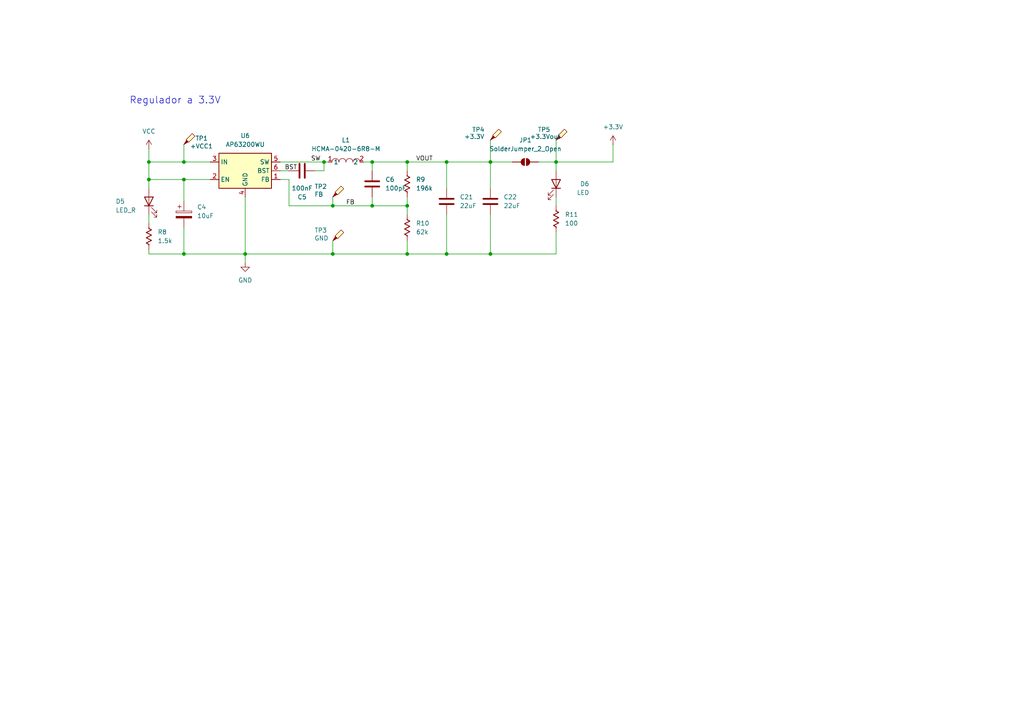
<source format=kicad_sch>
(kicad_sch (version 20250114) (generator "eeschema") (generator_version "9.0")
  (paper "A4")
  (lib_symbols
    (symbol "Device:C_Polarized" (pin_numbers (hide yes)) (pin_names (offset 0.254))
      (property "Reference" "C" (at 0.635 2.54 0))
      (property "Value" "C_Polarized" (at 0.635 -2.54 0))
      (symbol "C_Polarized_0_1"
        (rectangle (start -2.286 0.508) (end 2.286 1.016))
        (polyline (pts (xy -1.778 2.286) (xy -0.762 2.286)))
        (polyline (pts (xy -1.27 2.794) (xy -1.27 1.778)))
        (rectangle (start 2.286 -0.508) (end -2.286 -1.016) (fill (type outline)))
      )
      (symbol "C_Polarized_1_1"
        (pin passive line (at 0 3.81 270) (length 2.794) (name "~") (number "1"))
        (pin passive line (at 0 -3.81 90) (length 2.794) (name "~") (number "2"))
      )
    )
    (symbol "EasyEDA:+3.3V" (power) (pin_numbers (hide yes)) (pin_names (offset 0) (hide yes))
      (property "Value" "+3.3V" (at 0 3.556 0))
      (symbol "+3.3V_0_1"
        (polyline (pts (xy -0.762 1.27) (xy 0 2.54)))
        (polyline (pts (xy 0 2.54) (xy 0.762 1.27)))
        (polyline (pts (xy 0 0) (xy 0 2.54)))
      )
      (symbol "+3.3V_1_1"
        (pin power_in line (at 0 0 90) (length 0) (name "~") (number "1"))
      )
    )
    (symbol "EasyEDA:AP63200WU"
      (property "Reference" "U" (at -7.62 6.35 0))
      (property "Value" "AP63200WU" (at 2.54 6.35 0))
      (symbol "AP63200WU_0_1"
        (rectangle (start -7.62 5.08) (end 7.62 -5.08) (stroke (width 0.254)) (fill (type background)))
      )
      (symbol "AP63200WU_1_1"
        (pin power_in line (at -10.16 2.54 0) (length 2.54) (name "IN") (number "3"))
        (pin input line (at -10.16 -2.54 0) (length 2.54) (name "EN") (number "2"))
        (pin power_in line (at 0 -7.62 90) (length 2.54) (name "GND") (number "4"))
        (pin output line (at 10.16 2.54 180) (length 2.54) (name "SW") (number "5"))
        (pin passive line (at 10.16 0 180) (length 2.54) (name "BST") (number "6"))
        (pin input line (at 10.16 -2.54 180) (length 2.54) (name "FB") (number "1"))
      )
    )
    (symbol "EasyEDA:CXP0420-6R8M-AG(6.8UH)"
      (property "Reference" "L" (at 0 5.08 0))
      (property "Value" "CXP0420-6R8M-AG(6.8UH)" (at 0 -5.08 0))
      (symbol "CXP0420-6R8M-AG(6.8UH)_0_1"
        (arc (start -4.06 -0.01) (mid -2.83 0.99) (end -2.03 0.01))
        (arc (start -2.03 -0.01) (mid -0.8 0.99) (end 0 0.01))
        (arc (start 0 -0.01) (mid 1.23 0.99) (end 2.03 0.01))
        (arc (start 2.03 -0.01) (mid 3.26 0.99) (end 4.06 0.01))
        (pin unspecified line (at -5.08 0 0) (length 1.016) (name "1") (number "1"))
        (pin unspecified line (at 5.08 0 180) (length 1.016) (name "2") (number "2"))
      )
    )
    (symbol "EasyEDA:C_0805" (pin_numbers (hide yes)) (pin_names (offset 0.254))
      (property "Reference" "C" (at 0.635 2.54 0))
      (property "Value" "C_0805" (at 0.635 -2.54 0))
      (symbol "C_0805_0_1"
        (polyline (pts (xy -2.032 0.762) (xy 2.032 0.762)) (stroke (width 0.508)))
        (polyline (pts (xy -2.032 -0.762) (xy 2.032 -0.762)) (stroke (width 0.508)))
      )
      (symbol "C_0805_0_2"
        (polyline (pts (xy -2.54 -2.54) (xy -0.381 -0.381)))
        (polyline (pts (xy -0.508 -0.508) (xy -1.651 0.635)) (stroke (width 0.508)))
        (polyline (pts (xy -0.508 -0.508) (xy 0.635 -1.651)) (stroke (width 0.508)))
        (polyline (pts (xy 0.381 0.381) (xy 2.54 2.54)))
        (polyline (pts (xy 0.508 0.508) (xy -0.635 1.651)) (stroke (width 0.508)))
        (polyline (pts (xy 0.508 0.508) (xy 1.651 -0.635)) (stroke (width 0.508)))
      )
      (symbol "C_0805_1_1"
        (pin passive line (at 0 3.81 270) (length 2.794) (name "~") (number "1"))
        (pin passive line (at 0 -3.81 90) (length 2.794) (name "~") (number "2"))
      )
      (symbol "C_0805_1_2"
        (pin passive line (at -2.54 -2.54 90) (length 0) (name "~") (number "2"))
        (pin passive line (at 2.54 2.54 270) (length 0) (name "~") (number "1"))
      )
    )
    (symbol "EasyEDA:GND" (power) (pin_numbers (hide yes)) (pin_names (offset 0) (hide yes))
      (property "Value" "GND" (at 0 -3.81 0))
      (symbol "GND_0_1"
        (polyline (pts (xy 0 0) (xy 0 -1.27) (xy 1.27 -1.27) (xy 0 -2.54) (xy -1.27 -1.27) (xy 0 -1.27)))
      )
      (symbol "GND_1_1"
        (pin power_in line (at 0 0 270) (length 0) (name "~") (number "1"))
      )
    )
    (symbol "EasyEDA:LED" (pin_numbers (hide yes)) (pin_names (offset 1.016) (hide yes))
      (property "Reference" "D" (at 0 2.54 0))
      (property "Value" "LED" (at 0 -2.54 0))
      (symbol "LED_0_1"
        (polyline (pts (xy -3.048 -0.762) (xy -4.572 -2.286) (xy -3.81 -2.286) (xy -4.572 -2.286) (xy -4.572 -1.524)))
        (polyline (pts (xy -1.778 -0.762) (xy -3.302 -2.286) (xy -2.54 -2.286) (xy -3.302 -2.286) (xy -3.302 -1.524)))
        (polyline (pts (xy -1.27 0) (xy 1.27 0)))
        (polyline (pts (xy -1.27 -1.27) (xy -1.27 1.27)) (stroke (width 0.254)))
        (polyline (pts (xy 1.27 -1.27) (xy 1.27 1.27) (xy -1.27 0) (xy 1.27 -1.27)) (stroke (width 0.254)))
      )
      (symbol "LED_1_1"
        (pin passive line (at -3.81 0 0) (length 2.54) (name "K") (number "1"))
        (pin passive line (at 3.81 0 180) (length 2.54) (name "A") (number "2"))
      )
    )
    (symbol "EasyEDA:R_0603" (pin_numbers (hide yes)) (pin_names (offset 0))
      (property "Reference" "R" (at 2.54 1.27 0))
      (property "Value" "R_0603" (at 2.54 -1.27 0))
      (symbol "R_0603_0_1"
        (polyline (pts (xy 0 2.286) (xy 0 2.54)) (stroke (width 0.254)))
        (polyline (pts (xy 0 2.286) (xy 0.762 1.905) (xy -0.762 1.143) (xy 0 0.762) (xy 0.762 0.381) (xy 0 0) (xy -0.762 -0.381) (xy 0 -0.762) (xy 0.762 -1.143) (xy 0 -1.524) (xy -0.762 -1.905) (xy 0 -2.286)) (stroke (width 0.254)))
        (polyline (pts (xy 0 -2.286) (xy 0 -2.54)) (stroke (width 0.254)))
      )
      (symbol "R_0603_0_2"
        (polyline (pts (xy -2.54 -2.54) (xy -1.778 -1.778)))
        (polyline (pts (xy -1.778 -1.778) (xy -1.524 -1.524)) (stroke (width 0.254)))
        (polyline (pts (xy -1.524 -1.524) (xy -1.778 -0.762) (xy -1.016 -1.016)) (stroke (width 0.254)))
        (polyline (pts (xy -0.508 -0.508) (xy -0.762 0.254) (xy 0 0)) (stroke (width 0.254)))
        (polyline (pts (xy -0.508 -0.508) (xy -0.254 -1.27) (xy -1.016 -1.016)) (stroke (width 0.254)))
        (polyline (pts (xy 0.508 0.508) (xy 0.254 1.27) (xy 1.016 1.016)) (stroke (width 0.254)))
        (polyline (pts (xy 0.508 0.508) (xy 0.762 -0.254) (xy 0 0)) (stroke (width 0.254)))
        (polyline (pts (xy 1.524 1.524) (xy 1.778 0.762) (xy 1.016 1.016)) (stroke (width 0.254)))
        (polyline (pts (xy 1.778 1.778) (xy 1.524 1.524)) (stroke (width 0.254)))
        (polyline (pts (xy 1.778 1.778) (xy 2.54 2.54)))
      )
      (symbol "R_0603_1_1"
        (pin passive line (at 0 3.81 270) (length 1.27) (name "~") (number "1"))
        (pin passive line (at 0 -3.81 90) (length 1.27) (name "~") (number "2"))
      )
      (symbol "R_0603_1_2"
        (pin passive line (at -2.54 -2.54 0) (length 0) (name "") (number "2"))
        (pin passive line (at 2.54 2.54 180) (length 0) (name "") (number "1"))
      )
    )
    (symbol "EasyEDA:SolderJumper_2_Open" (pin_numbers (hide yes)) (pin_names (offset 0) (hide yes)) (in_bom no)
      (property "Reference" "JP" (at 0 2.032 0))
      (property "Value" "SolderJumper_2_Open" (at 0 -2.54 0))
      (symbol "SolderJumper_2_Open_0_1"
        (polyline (pts (xy -0.254 1.016) (xy -0.254 -1.016)))
        (arc (start -0.254 -1.016) (mid -1.2656 0) (end -0.254 1.016))
        (arc (start -0.254 -1.016) (mid -1.2656 0) (end -0.254 1.016) (fill (type outline)))
        (arc (start 0.254 1.016) (mid 1.2656 0) (end 0.254 -1.016))
        (arc (start 0.254 1.016) (mid 1.2656 0) (end 0.254 -1.016) (fill (type outline)))
        (polyline (pts (xy 0.254 1.016) (xy 0.254 -1.016)))
      )
      (symbol "SolderJumper_2_Open_1_1"
        (pin passive line (at -3.81 0 0) (length 2.54) (name "A") (number "1"))
        (pin passive line (at 3.81 0 180) (length 2.54) (name "B") (number "2"))
      )
    )
    (symbol "EasyEDA:TestPoint_Probe" (pin_numbers (hide yes)) (pin_names (offset 0.762) (hide yes))
      (property "Reference" "TP" (at 1.651 5.842 0))
      (property "Value" "TestPoint_Probe" (at 1.651 4.064 0))
      (symbol "TestPoint_Probe_0_1"
        (polyline (pts (xy 1.27 0.762) (xy 0 0) (xy 0.762 1.27) (xy 1.27 0.762)) (fill (type outline)))
        (polyline (pts (xy 1.397 0.635) (xy 0.635 1.397) (xy 2.413 3.175) (xy 3.175 2.413) (xy 1.397 0.635)) (fill (type background)))
      )
      (symbol "TestPoint_Probe_1_1"
        (pin passive line (at 0 0 90) (length 0) (name "1") (number "1"))
      )
    )
    (symbol "EasyEDA:VCC" (power) (pin_numbers (hide yes)) (pin_names (offset 0) (hide yes))
      (property "Value" "VCC" (at 0 3.556 0))
      (symbol "VCC_0_1"
        (polyline (pts (xy -0.762 1.27) (xy 0 2.54)))
        (polyline (pts (xy 0 2.54) (xy 0.762 1.27)))
        (polyline (pts (xy 0 0) (xy 0 2.54)))
      )
      (symbol "VCC_1_1"
        (pin power_in line (at 0 0 90) (length 0) (name "~") (number "1"))
      )
    )
  )
  (text "Regulador a 3.3V\n" (at 50.8 29.21 0) (effects (font (size 2 2))))
  (junction (at 161.29 46.99))
  (junction (at 53.34 73.66))
  (junction (at 53.34 52.07))
  (junction (at 107.95 46.99))
  (junction (at 43.18 46.99))
  (junction (at 142.24 73.66))
  (junction (at 93.98 46.99))
  (junction (at 129.54 73.66))
  (junction (at 118.11 46.99))
  (junction (at 96.52 59.69))
  (junction (at 71.12 73.66))
  (junction (at 53.34 46.99))
  (junction (at 142.24 46.99))
  (junction (at 118.11 73.66))
  (junction (at 118.11 59.69))
  (junction (at 96.52 73.66))
  (junction (at 43.18 52.07))
  (junction (at 129.54 46.99))
  (junction (at 107.95 59.69))
  (wire (pts (xy 105.41 46.99) (xy 107.95 46.99)))
  (wire (pts (xy 161.29 67.31) (xy 161.29 73.66)))
  (wire (pts (xy 81.28 49.53) (xy 83.82 49.53)))
  (wire (pts (xy 43.18 62.23) (xy 43.18 64.77)))
  (wire (pts (xy 91.44 49.53) (xy 93.98 49.53)))
  (wire (pts (xy 83.82 52.07) (xy 81.28 52.07)))
  (wire (pts (xy 43.18 52.07) (xy 53.34 52.07)))
  (wire (pts (xy 161.29 49.53) (xy 161.29 46.99)))
  (wire (pts (xy 71.12 57.15) (xy 71.12 73.66)))
  (wire (pts (xy 118.11 59.69) (xy 118.11 57.15)))
  (wire (pts (xy 96.52 69.85) (xy 96.52 73.66)))
  (wire (pts (xy 96.52 73.66) (xy 71.12 73.66)))
  (wire (pts (xy 60.96 52.07) (xy 53.34 52.07)))
  (wire (pts (xy 107.95 46.99) (xy 107.95 49.53)))
  (wire (pts (xy 118.11 46.99) (xy 129.54 46.99)))
  (wire (pts (xy 83.82 59.69) (xy 83.82 52.07)))
  (wire (pts (xy 118.11 69.85) (xy 118.11 73.66)))
  (wire (pts (xy 43.18 46.99) (xy 53.34 46.99)))
  (wire (pts (xy 161.29 46.99) (xy 177.8 46.99)))
  (wire (pts (xy 129.54 46.99) (xy 129.54 54.61)))
  (wire (pts (xy 142.24 46.99) (xy 142.24 54.61)))
  (wire (pts (xy 96.52 59.69) (xy 107.95 59.69)))
  (wire (pts (xy 118.11 59.69) (xy 118.11 62.23)))
  (wire (pts (xy 118.11 73.66) (xy 129.54 73.66)))
  (wire (pts (xy 142.24 73.66) (xy 129.54 73.66)))
  (wire (pts (xy 53.34 41.91) (xy 53.34 46.99)))
  (wire (pts (xy 118.11 46.99) (xy 118.11 49.53)))
  (wire (pts (xy 71.12 73.66) (xy 71.12 76.2)))
  (wire (pts (xy 142.24 62.23) (xy 142.24 73.66)))
  (wire (pts (xy 53.34 58.42) (xy 53.34 52.07)))
  (wire (pts (xy 107.95 59.69) (xy 118.11 59.69)))
  (wire (pts (xy 142.24 46.99) (xy 148.59 46.99)))
  (wire (pts (xy 129.54 62.23) (xy 129.54 73.66)))
  (wire (pts (xy 53.34 66.04) (xy 53.34 73.66)))
  (wire (pts (xy 142.24 73.66) (xy 161.29 73.66)))
  (wire (pts (xy 95.25 46.99) (xy 93.98 46.99)))
  (wire (pts (xy 156.21 46.99) (xy 161.29 46.99)))
  (wire (pts (xy 107.95 57.15) (xy 107.95 59.69)))
  (wire (pts (xy 129.54 46.99) (xy 142.24 46.99)))
  (wire (pts (xy 43.18 46.99) (xy 43.18 52.07)))
  (wire (pts (xy 43.18 43.18) (xy 43.18 46.99)))
  (wire (pts (xy 53.34 46.99) (xy 60.96 46.99)))
  (wire (pts (xy 43.18 72.39) (xy 43.18 73.66)))
  (wire (pts (xy 83.82 59.69) (xy 96.52 59.69)))
  (wire (pts (xy 43.18 73.66) (xy 53.34 73.66)))
  (wire (pts (xy 177.8 41.91) (xy 177.8 46.99)))
  (wire (pts (xy 142.24 40.64) (xy 142.24 46.99)))
  (wire (pts (xy 107.95 46.99) (xy 118.11 46.99)))
  (wire (pts (xy 161.29 40.64) (xy 161.29 46.99)))
  (wire (pts (xy 96.52 57.15) (xy 96.52 59.69)))
  (wire (pts (xy 53.34 73.66) (xy 71.12 73.66)))
  (wire (pts (xy 43.18 54.61) (xy 43.18 52.07)))
  (wire (pts (xy 93.98 46.99) (xy 81.28 46.99)))
  (wire (pts (xy 161.29 57.15) (xy 161.29 59.69)))
  (wire (pts (xy 93.98 49.53) (xy 93.98 46.99)))
  (wire (pts (xy 96.52 73.66) (xy 118.11 73.66)))
  (label "VOUT" (at 120.65 46.99 0))
  (label "BST" (at 82.55 49.53 0))
  (label "FB" (at 100.33 59.69 0))
  (label "SW" (at 90.17 46.99 0))
  (symbol (lib_id "EasyEDA:R_0603") (at 43.18 68.58 0) (unit 1)
    (property "Reference" "R8" (at 45.72 67.3099 0) (effects (justify left)))
    (property "Value" "1.5k" (at 45.72 69.8499 0) (effects (justify left)))
    (property "Footprint" "PCM_Resistor_SMD_AKL:R_0603_1608Metric" (effects (hide yes)))
    (property "Datasheet" "https://www.lcsc.com/datasheet/C114668.pdf" (effects (hide yes)))
    (property "Description" "SMD 0603 Chip Resistor, US Symbol, Alternate KiCad Library" (effects (hide yes)))
    (property "Part #" "0603WAF1501T5E" (effects (hide yes)))
    (property "LCSC Part" "C22843" (effects (hide yes)))
  )
  (symbol (lib_id "EasyEDA:R_0603") (at 161.29 63.5 180) (unit 1)
    (property "Reference" "R11" (at 163.83 62.2299 0) (effects (justify right)))
    (property "Value" "100" (at 163.83 64.7699 0) (effects (justify right)))
    (property "Footprint" "PCM_Resistor_SMD_AKL:R_0603_1608Metric" (effects (hide yes)))
    (property "Datasheet" "https://www.lcsc.com/datasheet/C105588.pdf" (effects (hide yes)))
    (property "Description" "SMD 0603 Chip Resistor, US Symbol, Alternate KiCad Library" (effects (hide yes)))
    (property "Part #" "0603WAF1000T5E" (effects (hide yes)))
    (property "LCSC Part" "C22775" (effects (hide yes)))
  )
  (symbol (lib_id "EasyEDA:TestPoint_Probe") (at 96.52 69.85 0) (unit 1) (in_bom no)
    (property "Reference" "TP3" (at 91.186 66.802 0) (effects (justify left)))
    (property "Value" "GND" (at 91.186 69.088 0) (effects (justify left)))
    (property "Footprint" "TestPoint:TestPoint_Pad_1.0x1.0mm" (effects (hide yes)))
    (property "Description" "test point (alternative probe-style design)" (effects (hide yes)))
  )
  (symbol (lib_id "EasyEDA:C_0805") (at 129.54 58.42 180) (unit 1)
    (property "Reference" "C21" (at 133.35 57.1499 0) (effects (justify right)))
    (property "Value" "22uF" (at 133.35 59.6899 0) (effects (justify right)))
    (property "Footprint" "PCM_Capacitor_SMD_AKL:C_0805_2012Metric" (effects (hide yes)))
    (property "Datasheet" "https://jlcpcb.com/api/file/downloadByFileSystemAccessId/8579706866429190144" (effects (hide yes)))
    (property "Description" "SMD 0805 MLCC capacitor, Alternate KiCad Library" (effects (hide yes)))
    (property "Part #" "CL21A226MAQNNNE" (effects (hide yes)))
    (property "LCSC Part" "C45783" (effects (hide yes)))
  )
  (symbol (lib_id "Device:C_Polarized") (at 53.34 62.23 0) (unit 1)
    (property "Reference" "C4" (at 57.15 60.0709 0) (effects (justify left)))
    (property "Value" "10uF" (at 57.15 62.6109 0) (effects (justify left)))
    (property "Footprint" "Capacitor_SMD:CP_Elec_4x5.4" (effects (hide yes)))
    (property "Datasheet" "https://www.lcsc.com/datasheet/C72485.pdf" (effects (hide yes)))
    (property "Description" "Polarized capacitor" (effects (hide yes)))
    (property "Part #" "RVT1V100M0405" (effects (hide yes)))
    (property "LCSC Part" "C72485" (effects (hide yes)))
  )
  (symbol (lib_id "EasyEDA:LED") (at 43.18 58.42 90) (unit 1)
    (property "Reference" "D5" (at 33.528 58.42 90) (effects (justify right)))
    (property "Value" "LED_R" (at 33.528 60.96 90) (effects (justify right)))
    (property "Footprint" "LED_SMD:LED_0603_1608Metric" (effects (hide yes)))
    (property "Datasheet" "https://jlcpcb.com/api/file/downloadByFileSystemAccessId/8550723991833485312" (effects (hide yes)))
    (property "Description" "Light emitting diode" (effects (hide yes)))
    (property "Sim.Pins" "1=K 2=A" (effects (hide yes)))
    (property "LCSC Part" "C2286" (effects (hide yes)))
    (property "Part #" "KT-0603R" (effects (hide yes)))
  )
  (symbol (lib_id "EasyEDA:TestPoint_Probe") (at 161.29 40.64 0) (unit 1) (in_bom no)
    (property "Reference" "TP5" (at 155.956 37.592 0) (effects (justify left)))
    (property "Value" "+3.3Vout" (at 153.67 39.624 0) (effects (justify left)))
    (property "Footprint" "TestPoint:TestPoint_Pad_1.0x1.0mm" (effects (hide yes)))
    (property "Description" "test point (alternative probe-style design)" (effects (hide yes)))
  )
  (symbol (lib_id "EasyEDA:AP63200WU") (at 71.12 49.53 0) (unit 1)
    (property "Reference" "U6" (at 71.12 39.37 0))
    (property "Value" "AP63200WU" (at 71.12 41.91 0))
    (property "Footprint" "Package_TO_SOT_SMD:TSOT-23-6" (effects (hide yes)))
    (property "Datasheet" "https://www.diodes.com/assets/Datasheets/AP63200-AP63201-AP63203-AP63205.pdf" (effects (hide yes)))
    (property "Description" "2A, 500kHz Buck DC/DC Converter, adjustable output voltage, TSOT-23-6" (effects (hide yes)))
    (property "Part #" "AP63200WU-7" (effects (hide yes)))
    (property "LCSC Part" "C2071868" (effects (hide yes)))
  )
  (symbol (lib_id "EasyEDA:TestPoint_Probe") (at 142.24 40.64 0) (unit 1) (in_bom no)
    (property "Reference" "TP4" (at 136.906 37.592 0) (effects (justify left)))
    (property "Value" "+3.3V" (at 134.62 39.624 0) (effects (justify left)))
    (property "Footprint" "TestPoint:TestPoint_Pad_1.0x1.0mm" (effects (hide yes)))
    (property "Description" "test point (alternative probe-style design)" (effects (hide yes)))
  )
  (symbol (lib_id "EasyEDA:R_0603") (at 118.11 53.34 0) (unit 1)
    (property "Reference" "R9" (at 120.65 52.0699 0) (effects (justify left)))
    (property "Value" "196k" (at 120.65 54.6099 0) (effects (justify left)))
    (property "Footprint" "PCM_Resistor_SMD_AKL:R_0603_1608Metric" (effects (hide yes)))
    (property "Datasheet" "https://www.lcsc.com/datasheet/C2974032.pdf" (effects (hide yes)))
    (property "Description" "SMD 0603 Chip Resistor, US Symbol, Alternate KiCad Library" (effects (hide yes)))
    (property "Part #" "FRC0603F1963TS" (effects (hide yes)))
    (property "LCSC Part" "C2974032" (effects (hide yes)))
  )
  (symbol (lib_id "EasyEDA:C_0805") (at 142.24 58.42 180) (unit 1)
    (property "Reference" "C22" (at 146.05 57.1499 0) (effects (justify right)))
    (property "Value" "22uF" (at 146.05 59.6899 0) (effects (justify right)))
    (property "Footprint" "PCM_Capacitor_SMD_AKL:C_0805_2012Metric" (effects (hide yes)))
    (property "Datasheet" "https://jlcpcb.com/api/file/downloadByFileSystemAccessId/8579706866429190144" (effects (hide yes)))
    (property "Description" "SMD 0805 MLCC capacitor, Alternate KiCad Library" (effects (hide yes)))
    (property "Part #" "CL21A226MAQNNNE" (effects (hide yes)))
    (property "LCSC Part" "C45783" (effects (hide yes)))
  )
  (symbol (lib_id "EasyEDA:GND") (at 71.12 76.2 0) (unit 1)
    (property "Reference" "#PWR024" (effects (hide yes)))
    (property "Value" "GND" (at 71.12 81.28 0))
    (property "Description" "Power symbol creates a global label with name \"GND\" , ground" (effects (hide yes)))
  )
  (symbol (lib_id "EasyEDA:R_0603") (at 118.11 66.04 0) (unit 1)
    (property "Reference" "R10" (at 120.65 64.7699 0) (effects (justify left)))
    (property "Value" "62k" (at 120.65 67.3099 0) (effects (justify left)))
    (property "Footprint" "PCM_Resistor_SMD_AKL:R_0603_1608Metric" (effects (hide yes)))
    (property "Datasheet" "https://www.lcsc.com/datasheet/C136961.pdf" (effects (hide yes)))
    (property "Description" "SMD 0603 Chip Resistor, US Symbol, Alternate KiCad Library" (effects (hide yes)))
    (property "Part #" "RT0603BRD0762KL" (effects (hide yes)))
    (property "LCSC Part" "C136961" (effects (hide yes)))
  )
  (symbol (lib_id "EasyEDA:C_0805") (at 87.63 49.53 90) (mirror x) (unit 1)
    (property "Reference" "C5" (at 87.63 57.15 90))
    (property "Value" "100nF" (at 87.63 54.61 90))
    (property "Footprint" "PCM_Capacitor_SMD_AKL:C_0805_2012Metric" (effects (hide yes)))
    (property "Datasheet" "https://www.lcsc.com/datasheet/C56476.pdf" (effects (hide yes)))
    (property "Description" "SMD 0805 MLCC capacitor, Alternate KiCad Library" (effects (hide yes)))
    (property "Part #" "C1608X7R1H104KT000N" (effects (hide yes)))
    (property "LCSC Part" "C56476" (effects (hide yes)))
  )
  (symbol (lib_id "EasyEDA:+3.3V") (at 177.8 41.91 0) (unit 1)
    (property "Reference" "#PWR025" (effects (hide yes)))
    (property "Value" "+3.3V" (at 177.8 36.83 0))
    (property "Description" "Power symbol creates a global label with name \"+3.3V\"" (effects (hide yes)))
  )
  (symbol (lib_id "EasyEDA:VCC") (at 43.18 43.18 0) (unit 1)
    (property "Reference" "#PWR023" (effects (hide yes)))
    (property "Value" "VCC" (at 43.18 38.1 0))
    (property "Description" "Power symbol creates a global label with name \"VCC\"" (effects (hide yes)))
  )
  (symbol (lib_id "EasyEDA:SolderJumper_2_Open") (at 152.4 46.99 0) (unit 1) (in_bom no)
    (property "Reference" "JP1" (at 152.4 40.64 0))
    (property "Value" "SolderJumper_2_Open" (at 152.4 43.18 0))
    (property "Footprint" "Jumper:SolderJumper-2_P1.3mm_Open_Pad1.0x1.5mm" (effects (hide yes)))
    (property "Description" "Solder Jumper, 2-pole, open" (effects (hide yes)))
  )
  (symbol (lib_id "EasyEDA:CXP0420-6R8M-AG(6.8UH)") (at 100.33 46.99 0) (unit 1)
    (property "Reference" "L1" (at 100.33 40.64 0))
    (property "Value" "HCMA-0420-6R8-M" (at 100.33 43.18 0))
    (property "Footprint" "EasyEDA:IND-SMD_L4.4-W4.2_CXP0420" (effects (hide yes)))
    (property "Datasheet" "https://www.lcsc.com/datasheet/C7461340.pdf" (effects (hide yes)))
    (property "LCSC Part" "C351092" (effects (hide yes)))
    (property "Part #" "YSPI0420-6R8M" (effects (hide yes)))
  )
  (symbol (lib_id "EasyEDA:TestPoint_Probe") (at 96.52 57.15 0) (unit 1) (in_bom no)
    (property "Reference" "TP2" (at 91.186 54.102 0) (effects (justify left)))
    (property "Value" "FB" (at 91.186 56.388 0) (effects (justify left)))
    (property "Footprint" "TestPoint:TestPoint_Pad_1.0x1.0mm" (effects (hide yes)))
    (property "Description" "test point (alternative probe-style design)" (effects (hide yes)))
  )
  (symbol (lib_id "EasyEDA:LED") (at 161.29 53.34 270) (mirror x) (unit 1)
    (property "Reference" "D6" (at 170.942 53.34 90) (effects (justify right)))
    (property "Value" "LED" (at 170.942 55.88 90) (effects (justify right)))
    (property "Footprint" "LED_SMD:LED_0603_1608Metric" (effects (hide yes)))
    (property "Datasheet" "https://www.lcsc.com/datasheet/C440520.pdf" (effects (hide yes)))
    (property "Description" "Light emitting diode" (effects (hide yes)))
    (property "Sim.Pins" "1=K 2=A" (effects (hide yes)))
    (property "LCSC Part" "C12065" (effects (hide yes)))
    (property "Part #" "LTST-C193TGKT-5A" (effects (hide yes)))
  )
  (symbol (lib_id "EasyEDA:TestPoint_Probe") (at 53.34 41.91 0) (unit 1) (in_bom no)
    (property "Reference" "TP1" (at 56.642 40.132 0) (effects (justify left)))
    (property "Value" "+VCC1" (at 55.118 42.418 0) (effects (justify left)))
    (property "Footprint" "TestPoint:TestPoint_Pad_1.0x1.0mm" (effects (hide yes)))
    (property "Description" "test point (alternative probe-style design)" (effects (hide yes)))
  )
  (symbol (lib_id "EasyEDA:C_0805") (at 107.95 53.34 180) (unit 1)
    (property "Reference" "C6" (at 111.76 52.0699 0) (effects (justify right)))
    (property "Value" "100pF" (at 111.76 54.6099 0) (effects (justify right)))
    (property "Footprint" "PCM_Capacitor_SMD_AKL:C_0805_2012Metric" (effects (hide yes)))
    (property "Datasheet" "https://www.lcsc.com/datasheet/C76709.pdf" (effects (hide yes)))
    (property "Description" "SMD 0805 MLCC capacitor, Alternate KiCad Library" (effects (hide yes)))
    (property "Part #" "CGA3E2C0G1H101JT0Y0N" (effects (hide yes)))
    (property "LCSC Part" "C76709" (effects (hide yes)))
  )
)
</source>
